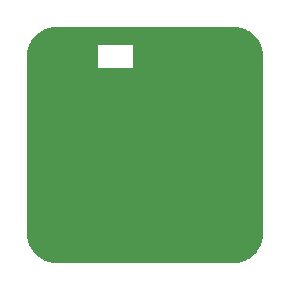
<source format=gbr>
%TF.GenerationSoftware,KiCad,Pcbnew,6.0.9+dfsg-1~bpo11+1*%
%TF.CreationDate,2022-11-06T17:08:34+01:00*%
%TF.ProjectId,mixer,6d697865-722e-46b6-9963-61645f706362,2*%
%TF.SameCoordinates,Original*%
%TF.FileFunction,Soldermask,Top*%
%TF.FilePolarity,Negative*%
%FSLAX46Y46*%
G04 Gerber Fmt 4.6, Leading zero omitted, Abs format (unit mm)*
G04 Created by KiCad (PCBNEW 6.0.9+dfsg-1~bpo11+1) date 2022-11-06 17:08:34*
%MOMM*%
%LPD*%
G01*
G04 APERTURE LIST*
%ADD10C,3.400000*%
%ADD11R,1.651000X2.540000*%
G04 APERTURE END LIST*
%TO.C,J2*%
G36*
X150500000Y-87500000D02*
G01*
X144500000Y-87500000D01*
X144500000Y-84500000D01*
X150500000Y-84500000D01*
X150500000Y-87500000D01*
G37*
%TO.C,J3*%
G36*
X157500000Y-80500000D02*
G01*
X154500000Y-80500000D01*
X154500000Y-74500000D01*
X157500000Y-74500000D01*
X157500000Y-80500000D01*
G37*
%TO.C,J1*%
G36*
X140500000Y-80500000D02*
G01*
X137500000Y-80500000D01*
X137500000Y-74500000D01*
X140500000Y-74500000D01*
X140500000Y-80500000D01*
G37*
%TD*%
D10*
%TO.C,H3*%
X140000000Y-70000000D03*
%TD*%
D11*
%TO.C,U1*%
X149040000Y-75460000D03*
X146500000Y-75460000D03*
X143960000Y-75460000D03*
X143960000Y-80540000D03*
X146500000Y-80540000D03*
X149040000Y-80540000D03*
%TD*%
D10*
%TO.C,H1*%
X155000000Y-85000000D03*
%TD*%
%TO.C,H2*%
X155000000Y-70000000D03*
%TD*%
%TO.C,H4*%
X140000000Y-85000000D03*
%TD*%
G36*
X146708512Y-70883938D02*
G01*
X146746896Y-70943664D01*
X146750636Y-70960671D01*
X146751869Y-70968982D01*
X146753081Y-70981291D01*
X146753848Y-70996906D01*
X146754000Y-71003088D01*
X146754000Y-87374000D01*
X146733998Y-87442121D01*
X146680342Y-87488614D01*
X146628000Y-87500000D01*
X143372000Y-87500000D01*
X143303879Y-87479998D01*
X143257386Y-87426342D01*
X143246000Y-87374000D01*
X143246000Y-71003088D01*
X143246152Y-70996906D01*
X143246919Y-70981291D01*
X143248131Y-70968982D01*
X143249364Y-70960671D01*
X143279146Y-70896223D01*
X143339044Y-70858108D01*
X143410040Y-70858426D01*
X143469593Y-70897077D01*
X143498797Y-70961790D01*
X143500000Y-70979162D01*
X143500000Y-70981885D01*
X143504475Y-70997124D01*
X143505865Y-70998329D01*
X143513548Y-71000000D01*
X146481885Y-71000000D01*
X146497124Y-70995525D01*
X146498329Y-70994135D01*
X146500000Y-70986452D01*
X146500000Y-70979162D01*
X146520002Y-70911041D01*
X146573658Y-70864548D01*
X146643932Y-70854444D01*
X146708512Y-70883938D01*
G37*
G36*
X155004119Y-67500270D02*
G01*
X155318073Y-67520848D01*
X155334413Y-67522999D01*
X155638950Y-67583574D01*
X155654871Y-67587840D01*
X155948888Y-67687646D01*
X155964114Y-67693953D01*
X156242592Y-67831283D01*
X156256866Y-67839524D01*
X156515034Y-68012027D01*
X156528109Y-68022060D01*
X156761557Y-68226788D01*
X156773212Y-68238443D01*
X156977940Y-68471891D01*
X156987973Y-68484966D01*
X157160476Y-68743134D01*
X157168717Y-68757408D01*
X157306047Y-69035886D01*
X157312354Y-69051111D01*
X157324706Y-69087497D01*
X157327663Y-69158432D01*
X157291800Y-69219705D01*
X157228504Y-69251862D01*
X157205393Y-69254000D01*
X146626000Y-69254000D01*
X146557879Y-69233998D01*
X146511386Y-69180342D01*
X146500000Y-69128000D01*
X146500000Y-69018115D01*
X146495525Y-69002876D01*
X146494135Y-69001671D01*
X146486452Y-69000000D01*
X143518115Y-69000000D01*
X143502876Y-69004475D01*
X143501671Y-69005865D01*
X143500000Y-69013548D01*
X143500000Y-69128000D01*
X143479998Y-69196121D01*
X143426342Y-69242614D01*
X143374000Y-69254000D01*
X137794607Y-69254000D01*
X137726486Y-69233998D01*
X137679993Y-69180342D01*
X137669889Y-69110068D01*
X137675294Y-69087497D01*
X137687646Y-69051111D01*
X137693953Y-69035886D01*
X137831283Y-68757408D01*
X137839524Y-68743134D01*
X138012027Y-68484966D01*
X138022060Y-68471891D01*
X138226788Y-68238443D01*
X138238443Y-68226788D01*
X138471891Y-68022060D01*
X138484966Y-68012027D01*
X138743134Y-67839524D01*
X138757408Y-67831283D01*
X139035886Y-67693953D01*
X139051112Y-67687646D01*
X139345129Y-67587840D01*
X139361050Y-67583574D01*
X139665587Y-67522999D01*
X139681927Y-67520848D01*
X139995881Y-67500270D01*
X140004122Y-67500000D01*
X154995878Y-67500000D01*
X155004119Y-67500270D01*
G37*
G36*
X143503094Y-68746152D02*
G01*
X143518709Y-68746919D01*
X143531018Y-68748131D01*
X143539329Y-68749364D01*
X143603777Y-68779146D01*
X143641892Y-68839044D01*
X143641574Y-68910040D01*
X143602923Y-68969593D01*
X143538210Y-68998797D01*
X143520838Y-69000000D01*
X143518115Y-69000000D01*
X143502876Y-69004475D01*
X143501671Y-69005865D01*
X143500000Y-69013548D01*
X143500000Y-70981885D01*
X143504475Y-70997124D01*
X143505865Y-70998329D01*
X143513548Y-71000000D01*
X143628000Y-71000000D01*
X143696121Y-71020002D01*
X143742614Y-71073658D01*
X143754000Y-71126000D01*
X143754000Y-87374000D01*
X143733998Y-87442121D01*
X143680342Y-87488614D01*
X143628000Y-87500000D01*
X140004122Y-87500000D01*
X139995881Y-87499730D01*
X139681927Y-87479152D01*
X139665587Y-87477001D01*
X139361050Y-87416426D01*
X139345129Y-87412160D01*
X139051112Y-87312354D01*
X139035886Y-87306047D01*
X138757408Y-87168717D01*
X138743134Y-87160476D01*
X138484966Y-86987973D01*
X138471891Y-86977940D01*
X138238443Y-86773212D01*
X138226788Y-86761557D01*
X138022060Y-86528109D01*
X138012027Y-86515034D01*
X137839524Y-86256866D01*
X137831283Y-86242592D01*
X137693953Y-85964114D01*
X137687646Y-85948888D01*
X137587840Y-85654871D01*
X137583574Y-85638950D01*
X137522999Y-85334413D01*
X137520848Y-85318073D01*
X137500270Y-85004119D01*
X137500000Y-84995878D01*
X137500000Y-70004122D01*
X137500270Y-69995881D01*
X137520848Y-69681927D01*
X137522999Y-69665587D01*
X137583574Y-69361050D01*
X137587840Y-69345129D01*
X137687646Y-69051112D01*
X137693953Y-69035886D01*
X137802254Y-68816272D01*
X137850322Y-68764023D01*
X137915260Y-68746000D01*
X143496912Y-68746000D01*
X143503094Y-68746152D01*
G37*
G36*
X157152861Y-68766002D02*
G01*
X157197746Y-68816272D01*
X157306047Y-69035886D01*
X157312354Y-69051112D01*
X157412160Y-69345129D01*
X157416426Y-69361050D01*
X157477001Y-69665587D01*
X157479152Y-69681927D01*
X157499730Y-69995881D01*
X157500000Y-70004122D01*
X157500000Y-84995878D01*
X157499730Y-85004119D01*
X157479152Y-85318073D01*
X157477001Y-85334413D01*
X157416426Y-85638950D01*
X157412160Y-85654871D01*
X157312354Y-85948888D01*
X157306047Y-85964114D01*
X157168717Y-86242592D01*
X157160476Y-86256866D01*
X156987973Y-86515034D01*
X156977940Y-86528109D01*
X156773212Y-86761557D01*
X156761557Y-86773212D01*
X156528109Y-86977940D01*
X156515034Y-86987973D01*
X156256866Y-87160476D01*
X156242592Y-87168717D01*
X155964114Y-87306047D01*
X155948888Y-87312354D01*
X155654871Y-87412160D01*
X155638950Y-87416426D01*
X155334413Y-87477001D01*
X155318073Y-87479152D01*
X155004119Y-87499730D01*
X154995878Y-87500000D01*
X146372000Y-87500000D01*
X146303879Y-87479998D01*
X146257386Y-87426342D01*
X146246000Y-87374000D01*
X146246000Y-71126000D01*
X146266002Y-71057879D01*
X146319658Y-71011386D01*
X146372000Y-71000000D01*
X146481885Y-71000000D01*
X146497124Y-70995525D01*
X146498329Y-70994135D01*
X146500000Y-70986452D01*
X146500000Y-69018115D01*
X146495525Y-69002876D01*
X146494135Y-69001671D01*
X146486452Y-69000000D01*
X146479162Y-69000000D01*
X146411041Y-68979998D01*
X146364548Y-68926342D01*
X146354444Y-68856068D01*
X146383938Y-68791488D01*
X146443664Y-68753104D01*
X146460671Y-68749364D01*
X146468982Y-68748131D01*
X146481291Y-68746919D01*
X146496906Y-68746152D01*
X146503088Y-68746000D01*
X157084740Y-68746000D01*
X157152861Y-68766002D01*
G37*
M02*

</source>
